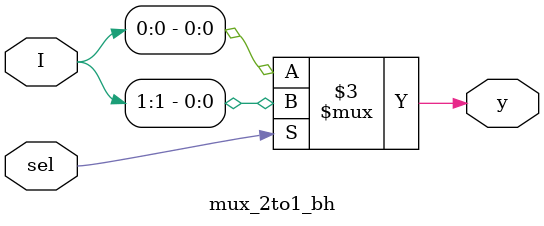
<source format=v>
module mux_2to1_bh(input [1:0] I,input sel,
output reg y);

always @(*) begin
    if (sel) begin
        y = I[1];
    end
    else begin
        y = I[0];
    end
end


endmodule
</source>
